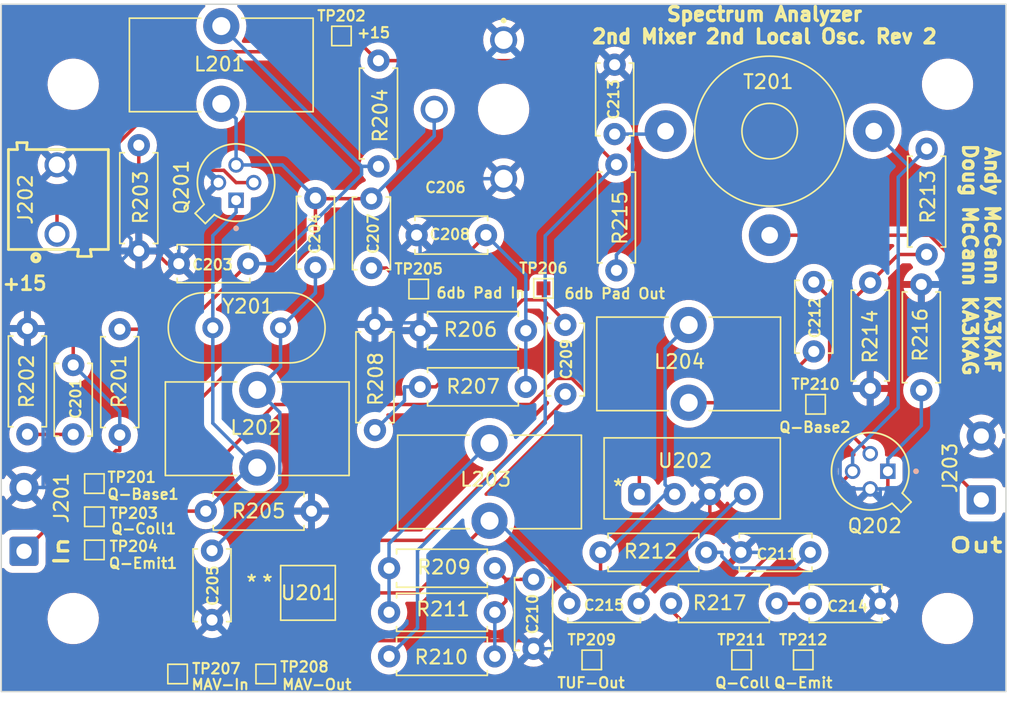
<source format=kicad_pcb>
(kicad_pcb (version 20221018) (generator pcbnew)
  (title_block (title "Spectrum Analyzer: Second Mixer - Second Local Oscillator") (date "2023-03-11") (rev "1.1") (company "Andy McCann KA3KAF Doug McCann KA3KAG") (comment 1 "Original Design By: Wes Hayward W7ZOI") (comment 2 "V0: 9/1/22") (comment 3 "V1: 3/23/23 (redesign closer to Kanga)") (comment 4 "V2: 11/19/23 (new C206, Fix silk TP203/204"))
  (layers (0 "F.Cu" signal) (31 "B.Cu" signal) (34 "B.Paste" user) (35 "F.Paste" user) (36 "B.SilkS" user "B.Silkscreen") (37 "F.SilkS" user "F.Silkscreen") (38 "B.Mask" user) (39 "F.Mask" user) (44 "Edge.Cuts" user))
  (net 0 "")
  (net 1 "Net-(C201-Pad1)")
  (net 2 "GND")
  (net 3 "Net-(C203-Pad1)")
  (net 4 "Net-(C201-Pad2)")
  (net 5 "Net-(C204-Pad2)")
  (net 6 "Net-(C207-Pad2)")
  (net 7 "Net-(C209-Pad1)")
  (net 8 "Net-(U201-RF_In)")
  (net 9 "Net-(C210-Pad1)")
  (net 10 "Net-(C211-Pad1)")
  (net 11 "Net-(C212-Pad1)")
  (net 12 "Net-(C212-Pad2)")
  (net 13 "Net-(C213-Pad2)")
  (net 14 "Net-(J201-In)")
  (net 15 "Net-(C214-Pad2)")
  (net 16 "Net-(L202-Pad2)")
  (net 17 "Net-(J203-In)")
  (net 18 "Net-(U202-IF)")
  (net 19 "Net-(L203-Pad1)")
  (net 20 "/+15")
  (net 21 "Net-(Q202-Pad1)")
  (net 22 "Net-(Q202-Pad3)")
  (net 23 "Net-(C206-S)")
  (net 24 "Net-(U201-RF_Out)")
  (net 25 "Net-(U202-LO)")
  (footprint "TestPoint:TestPoint_Pad_1.0x1.0mm" (layer "F.Cu") (at 141.1224 109.7788)
    (fp_text reference "TP201" (at 2.6924 -0.4572) (layer "F.SilkS") (effects (font (size 0.75 0.75))))
    (fp_text value "Q-Base1")
    (fp_text user "Q-Base1" (at 3.513828 0.762 unlocked) (layer "F.SilkS") (effects (font (size 0.75 0.75))))
    (pad "1" smd rect (at 0 0) (size 1 1) (layers "F.Cu" "F.Mask") (net 1 "Net-(C201-Pad1)"))
  )
  (footprint "Resistor_THT:R_Axial_DIN0207_L6.3mm_D2.5mm_P7.62mm_Horizontal" (layer "F.Cu") (at 182.6768 118.4148)
    (fp_text reference "R217" (at 3.4906 -0.0404) (layer "F.SilkS"))
    (fp_text value "5.1")
    (pad "1" thru_hole circle (at 0 0) (size 1.6 1.6) (drill 0.8) (layers "*.Cu" "*.Mask") (net 21 "Net-(Q202-Pad1)"))
    (pad "2" thru_hole oval (at 7.62 0) (size 1.6 1.6) (drill 0.8) (layers "*.Cu" "*.Mask") (net 15 "Net-(C214-Pad2)"))
  )
  (footprint "Capacitor_THT:C_Disc_D5.0mm_W2.5mm_P5.00mm" (layer "F.Cu") (at 152.2076 93.9292 180)
    (fp_text reference "C203" (at 2.5654 -0.0762) (layer "F.SilkS") (effects (font (size 0.75 0.75))))
    (fp_text value "470p")
    (pad "1" thru_hole circle (at 0 0 180) (size 1.6 1.6) (drill 0.8) (layers "*.Cu" "*.Mask") (net 3 "Net-(C203-Pad1)"))
    (pad "2" thru_hole circle (at 5 0 180) (size 1.6 1.6) (drill 0.8) (layers "*.Cu" "*.Mask") (net 2 "GND"))
  )
  (footprint "Resistor_THT:R_Axial_DIN0207_L6.3mm_D2.5mm_P7.62mm_Horizontal" (layer "F.Cu") (at 201.0918 85.6488 -90)
    (fp_text reference "R213" (at 3.4652 -0.0912 90) (layer "F.SilkS"))
    (fp_text value "2k")
    (pad "1" thru_hole circle (at 0 0 270) (size 1.6 1.6) (drill 0.8) (layers "*.Cu" "*.Mask") (net 22 "Net-(Q202-Pad3)"))
    (pad "2" thru_hole oval (at 7.62 0 270) (size 1.6 1.6) (drill 0.8) (layers "*.Cu" "*.Mask") (net 12 "Net-(C212-Pad2)"))
  )
  (footprint "Capacitor_THT:C_Disc_D5.0mm_W2.5mm_P5.00mm" (layer "F.Cu") (at 149.5988 114.6048 -90)
    (fp_text reference "C205" (at 2.5254 -0.0508 90) (layer "F.SilkS") (effects (font (size 0.75 0.75))))
    (fp_text value "33p")
    (pad "1" thru_hole circle (at 0 0 270) (size 1.6 1.6) (drill 0.8) (layers "*.Cu" "*.Mask") (net 5 "Net-(C204-Pad2)"))
    (pad "2" thru_hole circle (at 5 0 270) (size 1.6 1.6) (drill 0.8) (layers "*.Cu" "*.Mask") (net 2 "GND"))
  )
  (footprint "spectrum_analyzer:BFC280831659" (layer "F.Cu") (at 170.6118 77.8078 -90)
    (fp_text reference "C206" (at 10.635 4.191) (layer "F.SilkS") (effects (font (size 0.75 0.75) (thickness 0.15) bold)))
    (fp_text value "12p-60p" hide)
    (pad "" np_thru_hole circle (at 5 0 270) (size 3.2 3.2) (drill 3.2) (layers "*.Cu" "*.Mask"))
    (pad "1" thru_hole circle (at 0 0 270) (size 1.95 1.95) (drill 1.3) (layers "*.Cu" "*.Mask") (net 2 "GND"))
    (pad "2" thru_hole circle (at 5 5 270) (size 1.95 1.95) (drill 1.3) (layers "*.Cu" "*.Mask") (net 23 "Net-(C206-S)"))
    (pad "3" thru_hole circle (at 10 0 270) (size 1.95 1.95) (drill 1.3) (layers "*.Cu" "*.Mask") (net 2 "GND"))
  )
  (footprint "TestPoint:TestPoint_Pad_1.0x1.0mm" (layer "F.Cu") (at 187.7568 122.4788)
    (fp_text reference "TP211" (at 0 -1.448) (layer "F.SilkS") (effects (font (size 0.75 0.75))))
    (fp_text value "Q-Coll2")
    (fp_text user "Q-Coll" (at 0.0762 1.651 unlocked) (layer "F.SilkS") (effects (font (size 0.75 0.75))))
    (pad "1" smd rect (at 0 0) (size 1 1) (layers "F.Cu" "F.Mask") (net 22 "Net-(Q202-Pad3)"))
  )
  (footprint "TestPoint:TestPoint_Pad_1.0x1.0mm" (layer "F.Cu") (at 141.1224 114.554)
    (fp_text reference "TP204" (at 2.8448 -0.254) (layer "F.SilkS") (effects (font (size 0.75 0.75))))
    (fp_text value "Q-Emit1")
    (fp_text user "Q-Emit1" (at 3.5052 0.9652 unlocked) (layer "F.SilkS") (effects (font (size 0.75 0.75))))
    (pad "1" smd rect (at 0 0) (size 1 1) (layers "F.Cu" "F.Mask") (net 16 "Net-(L202-Pad2)"))
  )
  (footprint "Resistor_THT:R_Axial_DIN0207_L6.3mm_D2.5mm_P7.62mm_Horizontal" (layer "F.Cu") (at 169.9768 119.0498 180)
    (fp_text reference "R211" (at 3.7338 0.2286) (layer "F.SilkS"))
    (fp_text value "220")
    (pad "1" thru_hole circle (at 0 0 180) (size 1.6 1.6) (drill 0.8) (layers "*.Cu" "*.Mask") (net 9 "Net-(C210-Pad1)"))
    (pad "2" thru_hole oval (at 7.62 0 180) (size 1.6 1.6) (drill 0.8) (layers "*.Cu" "*.Mask") (net 19 "Net-(L203-Pad1)"))
  )
  (footprint "Resistor_THT:R_Axial_DIN0207_L6.3mm_D2.5mm_P7.62mm_Horizontal" (layer "F.Cu") (at 200.7108 103.0478 90)
    (fp_text reference "R216" (at 3.9878 -0.0762 90) (layer "F.SilkS"))
    (fp_text value "27")
    (pad "1" thru_hole circle (at 0 0 90) (size 1.6 1.6) (drill 0.8) (layers "*.Cu" "*.Mask") (net 21 "Net-(Q202-Pad1)"))
    (pad "2" thru_hole oval (at 7.62 0 90) (size 1.6 1.6) (drill 0.8) (layers "*.Cu" "*.Mask") (net 2 "GND"))
  )
  (footprint "TestPoint:TestPoint_Pad_1.0x1.0mm" (layer "F.Cu") (at 164.4904 95.758)
    (fp_text reference "TP205" (at 0 -1.448) (layer "F.SilkS") (effects (font (size 0.75 0.75))))
    (fp_text value "6db Pad In")
    (fp_text user "6db Pad In" (at 4.4704 0.2794 unlocked) (layer "F.SilkS") (effects (font (size 0.75 0.75))))
    (pad "1" smd rect (at 0 0) (size 1 1) (layers "F.Cu" "F.Mask") (net 6 "Net-(C207-Pad2)"))
  )
  (footprint "Connector_Wire:SolderWire-0.5sqmm_1x02_P4.6mm_D0.9mm_OD2.1mm" (layer "F.Cu") (at 136.0532 114.6556 90)
    (fp_text reference "J201" (at 3.8354 2.6924 90) (layer "F.SilkS"))
    (fp_text value "Coax Solder Point")
    (pad "1" thru_hole roundrect (at 0 0 90) (size 2.1 2.1) (drill 1.1) (layers "*.Cu" "*.Mask") (roundrect_rratio 0.1190480952) (net 14 "Net-(J201-In)"))
    (pad "2" thru_hole circle (at 4.6 0 90) (size 2.1 2.1) (drill 1.1) (layers "*.Cu" "*.Mask") (net 2 "GND"))
  )
  (footprint "spectrum_analyzer:691103110002" (layer "F.Cu") (at 138.43 89.3064 90)
    (fp_text reference "J202" (at 0 -2.2714 90) (layer "F.SilkS"))
    (fp_text value "Conn_01x02")
    (pad "1" thru_hole circle (at -2.5 0 90) (size 1.8 1.8) (drill 1.2) (layers "*.Cu" "*.Mask") (net 20 "/+15"))
    (pad "2" thru_hole circle (at 2.5 0 90) (size 1.8 1.8) (drill 1.2) (layers "*.Cu" "*.Mask") (net 2 "GND"))
  )
  (footprint "MountingHole:MountingHole_3.2mm_M3" (layer "F.Cu") (at 202.599 119.5)
    (fp_text reference "H204" hide)
    (fp_text value "MountingHole")
    (pad "" np_thru_hole circle (at 0 0) (size 3.2 3.2) (drill 3.2) (layers "*.Cu" "*.Mask"))
  )
  (footprint "TestPoint:TestPoint_Pad_1.0x1.0mm" (layer "F.Cu") (at 158.9278 77.5208)
    (fp_text reference "TP202" (at 0 -1.448) (layer "F.SilkS") (effects (font (size 0.75 0.75))))
    (fp_text value "+15")
    (fp_text user "+15" (at 2.3114 -0.2286 unlocked) (layer "F.SilkS") (effects (font (size 0.75 0.75))))
    (pad "1" smd rect (at 0 0) (size 1 1) (layers "F.Cu" "F.Mask") (net 20 "/+15"))
  )
  (footprint "Resistor_THT:R_Axial_DIN0207_L6.3mm_D2.5mm_P7.62mm_Horizontal" (layer "F.Cu") (at 172.212 98.7552 180)
    (fp_text reference "R206" (at 3.9878 0.0762) (layer "F.SilkS"))
    (fp_text value "150")
    (pad "1" thru_hole circle (at 0 0 180) (size 1.6 1.6) (drill 0.8) (layers "*.Cu" "*.Mask") (net 6 "Net-(C207-Pad2)"))
    (pad "2" thru_hole oval (at 7.62 0 180) (size 1.6 1.6) (drill 0.8) (layers "*.Cu" "*.Mask") (net 2 "GND"))
  )
  (footprint "TestPoint:TestPoint_Pad_1.0x1.0mm" (layer "F.Cu") (at 147.1168 123.4948)
    (fp_text reference "TP207" (at 2.794 -0.381) (layer "F.SilkS") (effects (font (size 0.75 0.75))))
    (fp_text value "MAV-In")
    (fp_text user "MAV-In" (at 3.0734 0.762 unlocked) (layer "F.SilkS") (effects (font (size 0.75 0.75))))
    (pad "1" smd rect (at 0 0) (size 1 1) (layers "F.Cu" "F.Mask") (net 8 "Net-(U201-RF_In)"))
  )
  (footprint "Capacitor_THT:C_Disc_D5.0mm_W2.5mm_P5.00mm" (layer "F.Cu") (at 192.9638 100.2538 90)
    (fp_text reference "C212" (at 2.3984 0.0762 90) (layer "F.SilkS") (effects (font (size 0.75 0.75))))
    (fp_text value ".1u")
    (pad "1" thru_hole circle (at 0 0 90) (size 1.6 1.6) (drill 0.8) (layers "*.Cu" "*.Mask") (net 11 "Net-(C212-Pad1)"))
    (pad "2" thru_hole circle (at 5 0 90) (size 1.6 1.6) (drill 0.8) (layers "*.Cu" "*.Mask") (net 12 "Net-(C212-Pad2)"))
  )
  (footprint "Capacitor_THT:C_Disc_D5.0mm_W2.5mm_P5.00mm" (layer "F.Cu") (at 175.0568 98.338 -90)
    (fp_text reference "C209" (at 2.4746 -0.0762 90) (layer "F.SilkS") (effects (font (size 0.75 0.75))))
    (fp_text value ".01u")
    (pad "1" thru_hole circle (at 0 0 270) (size 1.6 1.6) (drill 0.8) (layers "*.Cu" "*.Mask") (net 7 "Net-(C209-Pad1)"))
    (pad "2" thru_hole circle (at 5 0 270) (size 1.6 1.6) (drill 0.8) (layers "*.Cu" "*.Mask") (net 8 "Net-(U201-RF_In)"))
  )
  (footprint "Resistor_THT:R_Axial_DIN0207_L6.3mm_D2.5mm_P7.62mm_Horizontal" (layer "F.Cu") (at 149.1488 111.76)
    (fp_text reference "R205" (at 3.81 0) (layer "F.SilkS"))
    (fp_text value "510")
    (pad "1" thru_hole circle (at 0 0) (size 1.6 1.6) (drill 0.8) (layers "*.Cu" "*.Mask") (net 16 "Net-(L202-Pad2)"))
    (pad "2" thru_hole oval (at 7.62 0) (size 1.6 1.6) (drill 0.8) (layers "*.Cu" "*.Mask") (net 2 "GND"))
  )
  (footprint "Resistor_THT:R_Axial_DIN0207_L6.3mm_D2.5mm_P7.62mm_Horizontal" (layer "F.Cu") (at 144.3228 85.3948 -90)
    (fp_text reference "R203" (at 3.7592 -0.127 90) (layer "F.SilkS"))
    (fp_text value "2k")
    (pad "1" thru_hole circle (at 0 0 270) (size 1.6 1.6) (drill 0.8) (layers "*.Cu" "*.Mask") (net 1 "Net-(C201-Pad1)"))
    (pad "2" thru_hole oval (at 7.62 0 270) (size 1.6 1.6) (drill 0.8) (layers "*.Cu" "*.Mask") (net 2 "GND"))
  )
  (footprint "MountingHole:MountingHole_3.2mm_M3" (layer "F.Cu") (at 139.599 119.5)
    (fp_text reference "H201" hide)
    (fp_text value "MountingHole")
    (pad "" np_thru_hole circle (at 0 0) (size 3.2 3.2) (drill 3.2) (layers "*.Cu" "*.Mask"))
  )
  (footprint "Resistor_THT:R_Axial_DIN0207_L6.3mm_D2.5mm_P7.62mm_Horizontal" (layer "F.Cu") (at 197.0278 95.3008 -90)
    (fp_text reference "R214" (at 3.8862 0 -270) (layer "F.SilkS"))
    (fp_text value "390")
    (pad "1" thru_hole circle (at 0 0 270) (size 1.6 1.6) (drill 0.8) (layers "*.Cu" "*.Mask") (net 12 "Net-(C212-Pad2)"))
    (pad "2" thru_hole oval (at 7.62 0 270) (size 1.6 1.6) (drill 0.8) (layers "*.Cu" "*.Mask") (net 2 "GND"))
  )
  (footprint "Resistor_THT:R_Axial_DIN0207_L6.3mm_D2.5mm_P7.62mm_Horizontal" (layer "F.Cu") (at 178.7398 86.7918 -90)
    (fp_text reference "R215" (at 3.8462 -0.269 90) (layer "F.SilkS"))
    (fp_text value "27")
    (pad "1" thru_hole circle (at 0 0 270) (size 1.6 1.6) (drill 0.8) (layers "*.Cu" "*.Mask") (net 20 "/+15"))
    (pad "2" thru_hole oval (at 7.62 0 270) (size 1.6 1.6) (drill 0.8) (layers "*.Cu" "*.Mask") (net 13 "Net-(C213-Pad2)"))
  )
  (footprint "TestPoint:TestPoint_Pad_1.0x1.0mm" (layer "F.Cu") (at 173.482 95.7072)
    (fp_text reference "TP206" (at 0 -1.448) (layer "F.SilkS") (effects (font (size 0.75 0.75))))
    (fp_text value "6db Pad Out")
    (fp_text user "6db Pad Out" (at 5.1308 0.381 unlocked) (layer "F.SilkS") (effects (font (size 0.75 0.75))))
    (pad "1" smd rect (at 0 0) (size 1 1) (layers "F.Cu" "F.Mask") (net 7 "Net-(C209-Pad1)"))
  )
  (footprint "Resistor_THT:R_Axial_DIN0207_L6.3mm_D2.5mm_P7.62mm_Horizontal" (layer "F.Cu") (at 172.212 102.8052 180)
    (fp_text reference "R207" (at 3.7996 0.0254) (layer "F.SilkS"))
    (fp_text value "36")
    (pad "1" thru_hole circle (at 0 0 180) (size 1.6 1.6) (drill 0.8) (layers "*.Cu" "*.Mask") (net 6 "Net-(C207-Pad2)"))
    (pad "2" thru_hole oval (at 7.62 0 180) (size 1.6 1.6) (drill 0.8) (layers "*.Cu" "*.Mask") (net 7 "Net-(C209-Pad1)"))
  )
  (footprint "Connector_Wire:SolderWire-0.5sqmm_1x02_P4.6mm_D0.9mm_OD2.1mm" (layer "F.Cu") (at 205.0288 110.9498 90)
    (fp_text reference "J203" (at 2.3 -2.25 90) (layer "F.SilkS"))
    (fp_text value "Coax Solder Point")
    (pad "1" thru_hole roundrect (at 0 0 90) (size 2.1 2.1) (drill 1.1) (layers "*.Cu" "*.Mask") (roundrect_rratio 0.1190480952) (net 17 "Net-(J203-In)"))
    (pad "2" thru_hole circle (at 4.6 0 90) (size 2.1 2.1) (drill 1.1) (layers "*.Cu" "*.Mask") (net 2 "GND"))
  )
  (footprint "MountingHole:MountingHole_3.2mm_M3" (layer "F.Cu") (at 202.599 81)
    (fp_text reference "H203" hide)
    (fp_text value "MountingHole")
    (pad "" np_thru_hole circle (at 0 0) (size 3.2 3.2) (drill 3.2) (layers "*.Cu" "*.Mask"))
  )
  (footprint "Inductor_THT:L_Toroid_Vertical_L13.0mm_W6.5mm_P5.60mm" (layer "F.Cu") (at 152.8572 103.0224)
    (fp_text reference "L202" (at -0.1016 2.7178) (layer "F.SilkS"))
    (fp_text value "420n")
    (pad "1" thru_hole circle (at 0 0) (size 2.6 2.6) (drill 1.3) (layers "*.Cu" "*.Mask") (net 5 "Net-(C204-Pad2)"))
    (pad "2" thru_hole circle (at 0 5.6) (size 2.6 2.6) (drill 1.3) (layers "*.Cu" "*.Mask") (net 16 "Net-(L202-Pad2)"))
  )
  (footprint "TestPoint:TestPoint_Pad_1.0x1.0mm" (layer "F.Cu") (at 176.9618 122.4788)
    (fp_text reference "TP209" (at 0 -1.448) (layer "F.SilkS") (effects (font (size 0.75 0.75))))
    (fp_text value "TUF-Out")
    (fp_text user "TUF-Out" (at -0.0508 1.651 unlocked) (layer "F.SilkS") (effects (font (size 0.75 0.75))))
    (pad "1" smd rect (at 0 0) (size 1 1) (layers "F.Cu" "F.Mask") (net 18 "Net-(U202-IF)"))
  )
  (footprint "spectrum_analyzer:MAV-11BSM&plus_" (layer "F.Cu") (at 156.5148 117.6528)
    (fp_text reference "U201" (at 0 0) (layer "F.SilkS"))
    (fp_text value "MAV-11" hide)
    (fp_text user "*" (at -4.064 -0.762) (layer "F.SilkS"))
    (fp_text user "*" (at -2.921 -0.762) (layer "F.SilkS"))
    (pad "1" smd rect (at -3.175 0 90) (size 0.762 1.4732) (layers "F.Cu" "F.Paste" "F.Mask") (net 8 "Net-(U201-RF_In)"))
    (pad "2" smd rect (at 0 3.175) (size 0.762 1.4732) (layers "F.Cu" "F.Paste" "F.Mask") (net 2 "GND"))
    (pad "3" smd rect (at 3.175 0 90) (size 0.762 1.4732) (layers "F.Cu" "F.Paste" "F.Mask") (net 24 "Net-(U201-RF_Out)"))
    (pad "4" smd rect (at 0 -3.175) (size 0.762 1.4732) (layers "F.Cu" "F.Paste" "F.Mask") (net 2 "GND"))
  )
  (footprint "Resistor_THT:R_Axial_DIN0207_L6.3mm_D2.5mm_P7.62mm_Horizontal" (layer "F.Cu") (at 142.9512 98.6536 -90)
    (fp_text reference "R201" (at 3.7592 0.0508 90) (layer "F.SilkS"))
    (fp_text value "3.3k")
    (pad "1" thru_hole circle (at 0 0 270) (size 1.6 1.6) (drill 0.8) (layers "*.Cu" "*.Mask") (net 3 "Net-(C203-Pad1)"))
    (pad "2" thru_hole oval (at 7.62 0 270) (size 1.6 1.6) (drill 0.8) (layers "*.Cu" "*.Mask") (net 1 "Net-(C201-Pad1)"))
  )
  (footprint "Capacitor_THT:C_Disc_D5.0mm_W2.5mm_P5.00mm" (layer "F.Cu") (at 169.3418 91.8718 180)
    (fp_text reference "C208" (at 2.6016 0.0508) (layer "F.SilkS") (effects (font (size 0.75 0.75))))
    (fp_text value "82p")
    (pad "1" thru_hole circle (at 0 0 180) (size 1.6 1.6) (drill 0.8) (layers "*.Cu" "*.Mask") (net 6 "Net-(C207-Pad2)"))
    (pad "2" thru_hole circle (at 5 0 180) (size 1.6 1.6) (drill 0.8) (layers "*.Cu" "*.Mask") (net 2 "GND"))
  )
  (footprint "Capacitor_THT:C_Disc_D5.0mm_W2.5mm_P5.00mm" (layer "F.Cu") (at 139.5984 101.2336 -90)
    (fp_text reference "C201" (at 2.4238 -0.1778 -270) (layer "F.SilkS") (effects (font (size 0.75 0.75))))
    (fp_text value "470p")
    (pad "1" thru_hole circle (at 0 0 270) (size 1.6 1.6) (drill 0.8) (layers "*.Cu" "*.Mask") (net 1 "Net-(C201-Pad1)"))
    (pad "2" thru_hole circle (at 5 0 270) (size 1.6 1.6) (drill 0.8) (layers "*.Cu" "*.Mask") (net 4 "Net-(C201-Pad2)"))
  )
  (footprint "spectrum_analyzer:TUF-1H" (layer "F.Cu") (at 180.3908 110.5408)
    (fp_text reference "U202" (at 3.302 -2.413 unlocked) (layer "F.SilkS"))
    (fp_text value "TUF-1H+")
    (fp_text user "*" (at -1.52 -0.54 unlocked) (layer "F.SilkS"))
    (pad "1" thru_hole roundrect (at 0 0) (size 1.6 1.6) (drill 0.8) (layers "*.Cu" "*.Mask") (net 14 "Net-(J201-In)"))
    (pad "2" thru_hole circle (at 2.54 0) (size 1.6 1.6) (drill 0.8) (layers "*.Cu" "*.Mask") (net 18 "Net-(U202-IF)"))
    (pad "3" thru_hole circle (at 5.08 0) (size 1.6 1.6) (drill 0.8) (layers "*.Cu" "*.Mask") (net 2 "GND"))
    (pad "4" thru_hole circle (at 7.62 0) (size 1.6 1.6) (drill 0.8) (layers "*.Cu" "*.Mask") (net 25 "Net-(U202-LO)"))
  )
  (footprint "TestPoint:TestPoint_Pad_1.0x1.0mm" (layer "F.Cu") (at 193.0908 104.0638)
    (fp_text reference "TP210" (at 0 -1.448) (layer "F.SilkS") (effects (font (size 0.75 0.75))))
    (fp_text value "Q-Base2" (at -0.0508 1.651) (layer "F.SilkS") (effects (font (size 0.75 0.75))))
    (pad "1" smd rect (at 0 0) (size 1 1) (layers "F.Cu" "F.Mask") (net 12 "Net-(C212-Pad2)"))
  )
  (footprint "spectrum_analyzer:TO127P584H533-4N" (layer "F.Cu") (at 151.3332 88.0872 90)
    (fp_text reference "Q201" (at -0.325 -3.935 90) (layer "F.SilkS"))
    (fp_text value "2N5179")
    (pad "1" thru_hole rect (at -1.27 0 90) (size 1.11 1.11) (drill 0.71) (layers "*.Cu" "*.Mask") (net 16 "Net-(L202-Pad2)"))
    (pad "2" thru_hole circle (at 0 1.27 90) (size 1.11 1.11) (drill 0.71) (layers "*.Cu" "*.Mask") (net 1 "Net-(C201-Pad1)"))
    (pad "3" thru_hole circle (at 1.27 0 90) (size 1.11 1.11) (drill 0.71) (layers "*.Cu" "*.Mask") (net 23 "Net-(C206-S)"))
    (pad "4" thru_hole circle (at 0 -1.27 90) (size 1.11 1.11) (drill 0.71) (layers "*.Cu" "*.Mask") (net 2 "GND"))
  )
  (footprint "Resistor_THT:R_Axial_DIN0207_L6.3mm_D2.5mm_P7.62mm_Horizontal" (layer "F.Cu") (at 161.3408 105.9252 90)
    (fp_text reference "R208" (at 3.683 0.0508 90) (layer "F.SilkS"))
    (fp_text value "150")
    (pad "1" thru_hole circle (at 0 0 90) (size 1.6 1.6) (drill 0.8) (layers "*.Cu" "*.Mask") (net 7 "Net-(C209-Pad1)"))
    (pad "2" thru_hole oval (at 7.62 0 90) (size 1.6 1.6) (drill 0.8) (layers "*.Cu" "*.Mask") (net 2 "GND"))
  )
  (footprint "MountingHole:MountingHole_3.2mm_M3" (layer "F.Cu") (at 139.599 81)
    (fp_text reference "H202" hide)
    (fp_text value "MountingHole")
    (pad "" np_thru_hole circle (at 0 0) (size 3.2 3.2) (drill 3.2) (layers "*.Cu" "*.Mask"))
  )
  (footprint "TestPoint:TestPoint_Pad_1.0x1.0mm" (layer "F.Cu") (at 153.4668 123.4948)
    (fp_text reference "TP208" (at 2.794 -0.508) (layer "F.SilkS") (effects (font (size 0.75 0.75))))
    (fp_text value "MAV-Out")
    (fp_text user "MAV-Out" (at 3.683 0.762 unlocked) (layer "F.SilkS") (effects (font (size 0.75 0.75))))
    (pad "1" smd rect (at 0 0) (size 1 1) (layers "F.Cu" "F.Mask") (net 24 "Net-(U201-RF_Out)"))
  )
  (footprint "Capacitor_THT:C_Disc_D5.0mm_W2.5mm_P5.00mm" (layer "F.Cu") (at 161.0868 89.2448 -90)
    (fp_text reference "C207" (at 2.5254 -0.127 90) (layer "F.SilkS") (effects (font (size 0.75 0.75))))
    (fp_text value "15p")
    (pad "1" thru_hole circle (at 0 0 270) (size 1.6 1.6) (drill 0.8) (layers "*.Cu" "*.Mask") (net 23 "Net-(C206-S)"))
    (pad "2" thru_hole circle (at 5 0 270) (size 1.6 1.6) (drill 0.8) (layers "*.Cu" "*.Mask") (net 6 "Net-(C207-Pad2)"))
  )
  (footprint "TestPoint:TestPoint_Pad_1.0x1.0mm" (layer "F.Cu") (at 192.2018 122.4788)
    (fp_text reference "TP212" (at 0 -1.448) (layer "F.SilkS") (effects (font (size 0.75 0.75))))
    (fp_text value "Q-Emit2")
    (fp_text user "Q-Emit" (at 0 1.651 unlocked) (layer "F.SilkS") (effects (font (size 0.75 0.75))))
    (pad "1" smd rect (at 0 0) (size 1 1) (layers "F.Cu" "F.Mask") (net 21 "Net-(Q202-Pad1)"))
  )
  (footprint "Capacitor_THT:C_Disc_D5.0mm_W2.5mm_P5.00mm" (layer "F.Cu") (at 175.3508 118.4148)
    (fp_text reference "C215" (at 2.5 0.127) (layer "F.SilkS") (effects (font (size 0.75 0.75))))
    (fp_text value ".01u")
    (pad "1" thru_hole circle (at 0 0) (size 1.6 1.6) (drill 0.8) (layers "*.Cu" "*.Mask") (net 24 "Net-(U201-RF_Out)"))
    (pad "2" thru_hole circle (at 5 0) (size 1.6 1.6) (drill 0.8) (layers "*.Cu" "*.Mask") (net 25 "Net-(U202-LO)"))
  )
  (footprint "Capacitor_THT:C_Disc_D5.0mm_W2.5mm_P5.00mm" (layer "F.Cu") (at 197.7498 118.4148 180)
    (fp_text reference "C214" (at 2.3476 -0.2032) (layer "F.SilkS") (effects (font (size 0.75 0.75))))
    (fp_text value ".1u")
    (pad "1" thru_hole circle (at 0 0 180) (size 1.6 1.6) (drill 0.8) (layers "*.Cu" "*.Mask") (net 2 "GND"))
    (pad "2" thru_hole circle (at 5 0 180) (size 1.6 1.6) (drill 0.8) (layers "*.Cu" "*.Mask") (net 15 "Net-(C214-Pad2)"))
  )
  (footprint "Capacitor_THT:C_Disc_D5.0mm_W2.5mm_P5.00mm" (layer "F.Cu") (at 178.6128 79.5928 -90)
    (fp_text reference "C213" (at 2.5 0.0762 -270) (layer "F.SilkS") (effects (font (size 0.75 0.75))))
    (fp_text value ".1u")
    (pad "1" thru_hole circle (at 0 0 270) (size 1.6 1.6) (drill 0.8) (layers "*.Cu" "*.Mask") (net 2 "GND"))
    (pad "2" thru_hole circle (at 5 0 270) (size 1.6 1.6) (drill 0.8) (layers "*.Cu" "*.Mask") (net 13 "Net-(C213-Pad2)"))
  )
  (footprint "Resistor_THT:R_Axial_DIN0207_L6.3mm_D2.5mm_P7.62mm_Horizontal" (layer "F.Cu") (at 136.2964 106.2228 90)
    (fp_text reference "R202" (at 3.81 -0.0508 90) (layer "F.SilkS"))
    (fp_text value "39")
    (pad "1" thru_hole circle (at 0 0 90) (size 1.6 1.6) (drill 0.8) (layers "*.Cu" "*.Mask") (net 4 "Net-(C201-Pad2)"))
    (pad "2" thru_hole oval (at 7.62 0 90) (size 1.6 1.6) (drill 0.8) (layers "*.Cu" "*.Mask") (net 2 "GND"))
  )
  (footprint "Resistor_THT:R_Axial_DIN0207_L6.3mm_D2.5mm_P7.62mm_Horizontal" (layer "F.Cu") (at 162.3568 122.2248)
    (fp_text reference "R210" (at 3.7674 0.0566) (layer "F.SilkS"))
    (fp_text value "47")
    (pad "1" thru_hole circle (at 0 0) (size 1.6 1.6) (drill 0.8) (layers "*.Cu" "*.Mask") (net 20 "/+15"))
    (pad "2" thru_hole oval (at 7.62 0) (size 1.6 1.6) (drill 0.8) (layers "*.Cu" "*.Mask") (net 9 "Net-(C210-Pad1)"))
  )
  (footprint "Capacitor_THT:C_Disc_D5.0mm_W2.5mm_P5.00mm" (layer "F.Cu") (at 192.7098 114.7318 180)
    (fp_text reference "C211" (at 2.413 -0.127) (layer "F.SilkS") (effects (font (size 0.75 0.75))))
    (fp_text value "120p")
    (pad "1" thru_hole circle (at 0 0 180) (size 1.6 1.6) (drill 0.8) (layers "*.Cu" "*.Mask") (net 10 "Net-(C211-Pad1)"))
    (pad "2" thru_hole circle (at 5 0 180) (size 1.6 1.6) (drill 0.8) (layers "*.Cu" "*.Mask") (net 2 "GND"))
  )
  (footprint "Resistor_THT:R_Axial_DIN0207_L6.3mm_D2.5mm_P7.62mm_Horizontal" (layer "F.Cu") (at 177.5968 114.7318)
    (fp_text reference "R212" (at 3.6068 -0.071) (layer "F.SilkS"))
    (fp_text value "51")
    (pad "1" thru_hole circle (at 0 0) (size 1.6 1.6) (drill 0.8) (layers "*.Cu" "*.Mask") (net 18 "Net-(U202-IF)"))
    (pad "2" thru_hole oval (at 7.62 0) (size 1.6 1.6) (drill 0.8) (layers "*.Cu" "*.Mask") (net 10 "Net-(C211-Pad1)"))
  )
  (footprint "Crystal:Crystal_HC49-U_Vertical" (layer "F.Cu") (at 149.6568 98.552)
    (fp_text reference "Y201" (at 2.54 -1.5494) (layer "F.SilkS"))
    (fp_text value "100MHz")
    (pad "1" thru_hole circle (at 0 0) (size 1.5 1.5) (drill 0.8) (layers "*.Cu" "*.Mask") (net 16 "Net-(L202-Pad2)"))
    (pad "2" thru_hole circle (at 4.88 0) (size 1.5 1.5) (drill 0.8) (layers "*.Cu" "*.Mask") (net 5 "Net-(C204-Pad2)"))
  )
  (footprint "Capacitor_THT:C_Disc_D5.0mm_W2.5mm_P5.00mm" (layer "F.Cu") (at 172.7708 116.6768 -90)
    (fp_text reference "C210" (at 2.5 0.0762 90) (layer "F.SilkS") (effects (font (size 0.75 0.75))))
    (fp_text value ".01u")
    (pad "1" thru_hole circle (at 0 0 270) (size 1.6 1.6) (drill 0.8) (layers "*.Cu" "*.Mask") (net 9 "Net-(C210-Pad1)"))
    (pad "2" thru_hole circle (at 5 0 270) (size 1.6 1.6) (drill 0.8) (layers "*.Cu" "*.Mask") (net 2 "GND"))
  )
  (footprint "Resistor_THT:R_Axial_DIN0207_L6.3mm_D2.5mm_P7.62mm_Horizontal" (layer "F.Cu") (at 169.9768 115.8748 180)
    (fp_text reference "R209" (at 3.6576 0.0762) (layer "F.SilkS"))
    (fp_text value "220")
    (pad "1" thru_hole circle (at 0 0 180) (size 1.6 1.6) (drill 0.8) (layers "*.Cu" "*.Mask") (net 9 "Net-(C210-Pad1)"))
    (pad "2" thru_hole oval (at 7.62 0 180) (size 1.6 1.6) (drill 0.8) (layers "*.Cu" "*.Mask") (net 19 "Net-(L203-Pad1)"))
  )
  (footprint "TestPoint:TestPoint_Pad_1.0x1.0mm" (layer "F.Cu") (at 141.1224 112.1664)
    (fp_text reference "TP203" (at 2.8448 -0.254) (layer "F.SilkS") (effects (font (size 0.75 0.75))))
    (fp_text value "Q-Coll1")
    (fp_text user "Q-Coll1" (at 3.556 0.8636 unlocked) (layer "F.SilkS") (effects (font (size 0.75 0.75))))
    (pad "1" smd rect (at 0 0) (size 1 1) (layers "F.Cu" "F.Mask") (net 23 "Net-(C206-S)"))
  )
  (footprint "spectrum_analyzer:TO127P584H533-4N" (layer "F.Cu") (at 197.0278 108.8898 180)
    (fp_text reference "Q202" (at -0.325 -3.935 180) (layer "F.SilkS"))
    (fp_text value "2N5179")
    (pad "1" thru_hole rect (at -1.27 0 180) (size 1.11 1.11) (drill 0.71) (layers "*.Cu" "*.Mask") (net 21 "Net-(Q202-Pad1)"))
    (pad "2" thru_hole circle (at 0 1.27 180) (size 1.11 1.11) (drill 0.71) (layers "*.Cu" "*.Mask") (net 12 "Net-(C212-Pad2)"))
    (pad "3" thru_hole circle (at 1.27 0 180) (size 1.11 1.11) (drill 0.71) (layers "*.Cu" "*.Mask") (net 22 "Net-(Q202-Pad3)"))
    (pad "4" thru_hole circle (at 0 -1.27 180) (size 1.11 1.11) (drill 0.71) (layers "*.Cu" "*.Mask") (net 2 "GND"))
  )
  (footprint "Inductor_THT:L_Toroid_Vertical_L13.0mm_W6.5mm_P5.60mm" (layer "F.Cu") (at 183.9468 98.3488)
    (fp_text reference "L204" (at -0.6604 2.6416) (layer "F.SilkS"))
    (fp_text value "1u")
    (pad "1" thru_hole circle (at 0 0) (size 2.6 2.6) (drill 1.3) (layers "*.Cu" "*.Mask") (net 18 "Net-(U202-IF)"))
    (pad "2" thru_hole circle (at 0 5.6) (size 2.6 2.6) (drill 1.3) (layers "*.Cu" "*.Mask") (net 11 "Net-(C212-Pad1)"))
  )
  (footprint "Inductor_THT:L_Toroid_Vertical_L13.0mm_W6.5mm_P5.60mm" (layer "F.Cu") (at 169.5958 106.8578)
    (fp_text reference "L203" (at -0.2794 2.6162) (layer "F.SilkS"))
    (fp_text value "1u")
    (pad "1" thru_hole circle (at 0 0) (size 2.6 2.6) (drill 1.3) (layers "*.Cu" "*.Mask") (net 19 "Net-(L203-Pad1)"))
    (pad "2" thru_hole circle (at 0 5.6) (size 2.6 2.6) (drill 1.3) (layers "*.Cu" "*.Mask") (net 24 "Net-(U201-RF_Out)"))
  )
  (footprint "Transformer_THT:Autotransformer_Toroid_1Tap_Horizontal_D10.5mm_Amidon-T37" (layer "F.Cu") (at 182.2818 84.3788)
    (fp_text reference "T201" (at 7.4 -3.556) (layer "F.SilkS"))
    (fp_text value "Bifilar_Transformer")
    (pad "1" thru_hole circle (at 0 0) (size 3 3) (drill 1.2) (layers "*.Cu" "*.Mask") (net 13 "Net-(C213-Pad2)"))
    (pad "2" thru_hole circle (at 7.5 7.5) (size 3 3) (drill 1.2) (layers "*.Cu" "*.Mask") (net 17 "Net-(J203-In)"))
    (pad "3" thru_hole circle (at 15 0) (size 3 3) (drill 1.2) (layers "*.Cu" "*.Mask") (net 22 "Net-(Q202-Pad3)"))
  )
  (footprint "Resistor_THT:R_Axial_DIN0207_L6.3mm_D2.5mm_P7.62mm_Horizontal" (layer "F.Cu") (at 161.5948 79.2988 -90)
    (fp_text reference "R204" (at 3.9624 -0.127 90) (layer "F.SilkS"))
    (fp_text value "100")
    (pad "1" thru_hole circle (at 0 0 270) (size 1.6 1.6) (drill 0.8) (layers "*.Cu" "*.Mask") (net 20 "/+15"))
    (pad "2" thru_hole oval (at 7.62 0 270) (size 1.6 1.6) (drill 0.8) (layers "*.Cu" "*.Mask") (net 3 "Net-(C203-Pad1)"))
  )
  (footprint "Capacitor_THT:C_Disc_D5.0mm_W2.5mm_P5.00mm" (layer "F.Cu") (at 157.05 89.2048 -90)
    (fp_text reference "C204" (at 2.5762 0.0508 90) (layer "F.SilkS") (effects (font (size 0.75 0.75))))
    (fp_text value "33p")
    (pad "1" thru_hole circle (at 0 0 270) (size 1.6 1.6) (drill 0.8) (layers "*.Cu" "*.Mask") (net 23 "Net-(C206-S)"))
    (pad "2" thru_hole circle (at 5 0 270) (size 1.6 1.6) (drill 0.8) (layers "*.Cu" "*.Mask") (net 5 "Net-(C204-Pad2)"))
  )
  (footprint "Inductor_THT:L_Toroid_Vertical_L13.0mm_W6.5mm_P5.60mm" (layer "F.Cu") (at 150.2664 76.8096)
    (fp_text reference "L201" (at -0.127 2.7432) (layer "F.SilkS"))
    (fp_text value "40n")
    (pad "1" thru_hole circle (at 0 0) (size 2.6 2.6) (drill 1.3) (layers "*.Cu" "*.Mask") (net 3 "Net-(C203-Pad1)"))
    (pad "2" thru_hole circle (at 0 5.6) (size 2.6 2.6) (drill 1.3) (layers "*.Cu" "*.Mask") (net 23 "Net-(C206-S)"))
  )
  (gr_rect (start 134.4168 75.2348) (end 206.8068 124.7648) (stroke (width 0.1)) (fill none) (layer "Edge.Cuts"))
  (gr_text "+15" (at 136.0932 95.3516) (layer "F.SilkS") (effects (font (size 1 1) (thickness 0.2))))
  (gr_text "In" (at 138.7456 114.6556 90) (layer "F.SilkS") (effects (font (size 1 1.5) (thickness 0.3))))
  (gr_text "Out" (at 204.6478 114.2238) (layer "F.SilkS") (effects (font (size 1 1.5) (thickness 0.3))))
  (gr_text "Andy McCann KA3KAF\nDoug McCann KA3KAG" (at 205.0142 93.6498 270) (layer "F.SilkS") (effects (font (size 1 1) (thickness 0.25))))
  (gr_text "Spectrum Analyzer\n2nd Mixer 2nd Local Osc. Rev 2" (at 189.4078 76.7588) (layer "F.SilkS") (effects (font (size 1 1) (thickness 0.25))))
  (segment (start 152.6032 88.0872) (end 151.3332 88.0872) (width 0.25) (layer "F.Cu") (net 1))
  (segment (start 144.3228 85.3948) (end 144.3228 87.203) (width 0.25) (layer "F.Cu") (net 1))
  (segment (start 141.1224 109.7788) (end 141.1224 108.9535) (width 0.25) (layer "F.Cu") (net 1))
  (segment (start 142.677 107.3989) (end 141.1224 108.9535) (width 0.25) (layer "F.Cu") (net 1))
  (segment (start 144.3228 87.203) (end 144.3228 88.9822) (width 0.25) (layer "F.Cu") (net 1))
  (segment (start 142.9512 107.3989) (end 142.677 107.3989) (width 0.25) (layer "F.Cu") (net 1))
  (segment (start 142.9512 106.2736) (end 142.9512 107.3989) (width 0.25) (layer "F.Cu") (net 1))
  (segment (start 151.3332 88.0872) (end 150.449 87.203) (width 0.25) (layer "F.Cu") (net 1))
  (segment (start 150.449 87.203) (end 144.3228 87.203) (width 0.25) (layer "F.Cu") (net 1))
  (segment (start 139.5984 93.7066) (end 139.5984 101.2336) (width 0.25) (layer "F.Cu") (net 1))
  (segment (start 144.3228 88.9822) (end 139.5984 93.7066) (width 0.25) (layer "F.Cu") (net 1))
  (segment (start 139.5984 101.2336) (end 142.9512 104.5864) (width 0.25) (layer "B.Cu") (net 1))
  (segment (start 142.9512 104.5864) (end 142.9512 106.2736) (width 0.25) (layer "B.Cu") (net 1))
  (segment (start 200.7108 95.4278) (end 200.7108 98.1125) (width 0.25) (layer "F.Cu") (net 2))
  (segment (start 157.2211 121.8897) (end 156.5148 121.8897) (width 0.25) (layer "F.Cu") (net 2))
  (segment (start 172.7708 121.6768) (end 172.1871 121.0931) (width 0.25) (layer "F.Cu") (net 2))
  (segment (start 144.3228 93.0148) (end 145.4481 93.0148) (width 0.25) (layer "F.Cu") (net 2))
  (segment (start 149.5988 119.6048) (end 153.6639 115.5397) (width 0.25) (layer "F.Cu") (net 2))
  (segment (start 156.5148 113.1393) (end 156.5148 114.4778) (width 0.25) (layer "F.Cu") (net 2))
  (segment (start 156.5148 121.9936) (end 156.5148 121.8897) (width 0.25) (layer "F.Cu") (net 2))
  (segment (start 147.2076 93.9292) (end 146.3625 93.9292) (width 0.25) (layer "F.Cu") (net 2))
  (segment (start 197.0278 102.9208) (end 197.0278 101.7955) (width 0.25) (layer "F.Cu") (net 2))
  (segment (start 185.4708 112.4928) (end 187.7098 114.7318) (width 0.25) (layer "F.Cu") (net 2))
  (segment (start 185.4708 110.5408) (end 185.4708 112.4928) (width 0.25) (layer "F.Cu") (net 2))
  (segment (start 146.2914 124.1345) (end 146.4771 124.3202) (width 0.25) (layer "F.Cu") (net 2))
  (segment (start 146.4771 124.3202) (end 154.1882 124.3202) (width 0.25) (layer "F.Cu") (net 2))
  (segment (start 156.5148 120.8278) (end 156.5148 121.8897) (width 0.25) (layer "F.Cu") (net 2))
  (segment (start 149.5988 119.6048) (end 149.5214 119.6048) (width 0.25) (layer "F.Cu") (net 2))
  (segment (start 154.1882 124.3202) (end 156.5148 121.9936) (width 0.25) (layer "F.Cu") (net 2))
  (segment (start 156.5148 114.4778) (end 156.5148 115.5397) (width 0.25) (layer "F.Cu") (net 2))
  (segment (start 149.5214 119.6048) (end 146.2914 122.8348) (width 0.25) (layer "F.Cu") (net 2))
  (segment (start 200.7108 98.1125) (end 197.0278 101.7955) (width 0.25) (layer "F.Cu") (net 2))
  (segment (start 156.7688 111.76) (end 156.7688 112.8853) (width 0.25) (layer "F.Cu") (net 2))
  (segment (start 153.6639 115.5397) (end 156.5148 115.5397) (width 0.25) (layer "F.Cu") (net 2))
  (segment (start 158.0177 121.0931) (end 157.2211 121.8897) (width 0.25) (layer "F.Cu") (net 2))
  (segment (start 146.3625 93.9292) (end 145.4481 93.0148) (width 0.25) (layer "F.Cu") (net 2))
  (segment (start 146.2914 122.8348) (end 146.2914 124.1345) (width 0.25) (layer "F.Cu") (net 2))
  (segment (start 172.1871 121.0931) (end 158.0177 121.0931) (width 0.25) (layer "F.Cu") (net 2))
  (segment (start 156.7688 112.8853) (end 156.5148 113.1393) (width 0.25) (layer "F.Cu") (net 2))
  (segment (start 187.7098 114.7318) (end 189.4351 114.7318) (width 0.25) (layer "B.Cu") (net 2))
  (segment (start 178.6128 79.5928) (end 177.8734 80.3322) (width 0.25) (layer "B.Cu") (net 2))
  (segment (start 161.3408 98.3052) (end 161.3408 99.4305) (width 0.25) (layer "B.Cu") (net 2))
  (segment (start 143.7602 92.1366) (end 143.7602 93.0148) (width 0.25) (layer "B.Cu") (net 2))
  (segment (start 164.592 98.1925) (end 164.592 97.6299) (width 0.25) (layer "B.Cu") (net 2))
  (segment (start 170.6118 87.8078) (end 173.1362 85.2834) (width 0.25) (layer "B.Cu") (net 2))
  (segment (start 194.8587 106.2152) (end 197.0278 104.0461) (width 0.25) (layer "B.Cu") (net 2))
  (segment (start 138.1722 98.6028) (end 136.2964 98.6028) (width 0.25) (layer "B.Cu") (net 2))
  (segment (start 197.7498 110.1598) (end 197.7498 118.4148) (width 0.25) (layer "B.Cu") (net 2))
  (segment (start 164.592 98.1925) (end 162.5788 98.1925) (width 0.25) (layer "B.Cu") (net 2))
  (segment (start 137.4315 110.0556) (end 137.4315 100.8632) (width 0.25) (layer "B.Cu") (net 2))
  (segment (start 173.1362 85.2834) (end 173.1362 80.3322) (width 0.25) (layer "B.Cu") (net 2))
  (segment (start 136.2964 98.6028) (end 136.2964 99.7281) (width 0.25) (layer "B.Cu") (net 2))
  (segment (start 194.8587 109.3082) (end 195.7103 110.1598) (width 0.25) (layer "B.Cu") (net 2))
  (segment (start 156.7688 111.76) (end 156.7688 104.0025) (width 0.25) (layer "B.Cu") (net 2))
  (segment (start 189.4351 114.7318) (end 194.8587 109.3082) (width 0.25) (layer "B.Cu") (net 2))
  (segment (start 149.5988 119.6048) (end 140.0496 110.0556) (width 0.25) (layer "B.Cu") (net 2))
  (segment (start 137.4315 100.8632) (end 136.2964 99.7281) (width 0.25) (layer "B.Cu") (net 2))
  (segment (start 194.8587 109.3082) (end 194.8587 106.2152) (width 0.25) (layer "B.Cu") (net 2))
  (segment (start 164.592 91.8718) (end 164.3418 91.8718) (width 0.25) (layer "B.Cu") (net 2))
  (segment (start 138.43 86.8064) (end 143.7602 92.1366) (width 0.25) (layer "B.Cu") (net 2))
  (segment (start 140.0496 110.0556) (end 137.4315 110.0556) (width 0.25) (layer "B.Cu") (net 2))
  (segment (start 201.2188 110.1598) (end 205.0288 106.3498) (width 0.25) (layer "B.Cu") (net 2))
  (segment (start 197.0278 110.1598) (end 197.7498 110.1598) (width 0.25) (layer "B.Cu") (net 2))
  (segment (start 144.3228 93.0148) (end 143.7602 93.0148) (width 0.25) (layer "B.Cu") (net 2))
  (segment (start 173.1362 80.3322) (end 170.6118 77.8078) (width 0.25) (layer "B.Cu") (net 2))
  (segment (start 147.2076 90.9428) (end 147.2076 93.9292) (width 0.25) (layer "B.Cu") (net 2))
  (segment (start 177.8734 80.3322) (end 173.1362 80.3322) (width 0.25) (layer "B.Cu") (net 2))
  (segment (start 137.4315 110.0556) (end 136.0532 110.0556) (width 0.25) (layer "B.Cu") (net 2))
  (segment (start 150.0632 88.0872) (end 147.2076 90.9428) (width 0.25) (layer "B.Cu") (net 2))
  (segment (start 197.0278 102.9208) (end 197.0278 104.0461) (width 0.25) (layer "B.Cu") (net 2))
  (segment (start 185.4708 110.5408) (end 174.3348 121.6768) (width 0.25) (layer "B.Cu") (net 2))
  (segment (start 164.592 91.8718) (end 168.656 87.8078) (width 0.25) (layer "B.Cu") (net 2))
  (segment (start 164.592 98.7552) (end 164.592 98.1925) (width 0.25) (layer "B.Cu") (net 2))
  (segment (start 168.656 87.8078) (end 170.6118 87.8078) (width 0.25) (layer "B.Cu") (net 2))
  (segment (start 143.7602 93.0148) (end 138.1722 98.6028) (width 0.25) (layer "B.Cu") (net 2))
  (segment (start 174.3348 121.6768) (end 172.7708 121.6768) (width 0.25) (layer "B.Cu") (net 2))
  (segment (start 197.7498 110.1598) (end 201.2188 110.1598) (width 0.25) (layer "B.Cu") (net 2))
  (segment (start 195.7103 110.1598) (end 197.0278 110.1598) (width 0.25) (layer "B.Cu") (net 2))
  (segment (start 156.7688 104.0025) (end 161.3408 99.4305) (width 0.25) (layer "B.Cu") (net 2))
  (segment (start 164.592 91.8718) (end 164.592 97.6299) (width 0.25) (layer "B.Cu") (net 2))
  (segment (start 162.5788 98.1925) (end 162.4661 98.3052) (width 0.25) (layer "B.Cu") (net 2))
  (segment (start 161.3408 98.3052) (end 162.4661 98.3052) (width 0.25) (layer "B.Cu") (net 2))
  (segment (start 152.2076 93.9292) (end 147.4832 98.6536) (width 0.25) (layer "F.Cu") (net 3))
  (segment (start 147.4832 98.6536) (end 142.9512 98.6536) (width 0.25) (layer "F.Cu") (net 3))
  (segment (start 160.3756 86.9188) (end 161.5948 86.9188) (width 0.25) (layer "B.Cu") (net 3))
  (segment (start 152.2076 93.9292) (end 153.949 93.9292) (width 0.25) (layer "B.Cu") (net 3))
  (segment (start 153.949 93.9292) (end 160.3756 87.5026) (width 0.25) (layer "B.Cu") (net 3))
  (segment (start 160.3756 87.5026) (end 160.3756 86.9188) (width 0.25) (layer "B.Cu") (net 3))
  (segment (start 150.2664 76.8096) (end 160.3756 86.9188) (width 0.25) (layer "B.Cu") (net 3))
  (segment (start 139.5984 106.2336) (end 136.3072 106.2336) (width 0.25) (layer "F.Cu") (net 4))
  (segment (start 136.3072 106.2336) (end 136.2964 106.2228) (width 0.25) (layer "F.Cu") (net 4))
  (segment (start 152.8572 103.0224) (end 154.4855 104.6507) (width 0.25) (layer "B.Cu") (net 5))
  (segment (start 157.05 96.0388) (end 157.05 94.2048) (width 0.25) (layer "B.Cu") (net 5))
  (segment (start 154.5368 101.3428) (end 152.8572 103.0224) (width 0.25) (layer "B.Cu") (net 5))
  (segment (start 154.4855 109.7181) (end 149.5988 114.6048) (width 0.25) (layer "B.Cu") (net 5))
  (segment (start 154.4855 104.6507) (end 154.4855 109.7181) (width 0.25) (layer "B.Cu") (net 5))
  (segment (start 154.5368 98.552) (end 157.05 96.0388) (width 0.25) (layer "B.Cu") (net 5))
  (segment (start 154.5368 98.552) (end 154.5368 101.3428) (width 0.25) (layer "B.Cu") (net 5))
  (segment (start 162.1519 94.2448) (end 163.6651 95.758) (width 0.25) (layer "F.Cu") (net 6))
  (segment (start 165.4556 95.758) (end 164.4904 95.758) (width 0.25) (layer "F.Cu") (net 6))
  (segment (start 169.3418 91.8718) (end 165.4556 95.758) (width 0.25) (layer "F.Cu") (net 6))
  (segment (start 164.4904 95.758) (end 163.6651 95.758) (width 0.25) (layer "F.Cu") (net 6))
  (segment (start 161.0868 94.2448) (end 162.1519 94.2448) (width 0.25) (layer "F.Cu") (net 6))
  (segment (start 169.3418 91.8718) (end 172.212 94.742) (width 0.25) (layer "B.Cu") (net 6))
  (segment (start 172.212 94.742) (end 172.212 98.7552) (width 0.25) (layer "B.Cu") (net 6))
  (segment (start 172.212 98.7552) (end 172.212 102.8052) (width 0.25) (layer "B.Cu") (net 6))
  (segment (start 175.0568 98.1073) (end 173.482 96.5325) (width 0.25) (layer "F.Cu") (net 7))
  (segment (start 165.7173 102.8052) (end 171.99 96.5325) (width 0.25) (layer "F.Cu") (net 7))
  (segment (start 173.482 95.7072) (end 173.482 96.5325) (width 0.25) (layer "F.Cu") (net 7))
  (segment (start 175.0568 98.338) (end 175.0568 98.1073) (width 0.25) (layer "F.Cu") (net 7))
  (segment (start 171.99 96.5325) (end 173.482 96.5325) (width 0.25) (layer "F.Cu") (net 7))
  (segment (start 164.592 102.8052) (end 165.7173 102.8052) (width 0.25) (layer "F.Cu") (net 7))
  (segment (start 164.592 102.8052) (end 163.4667 102.8052) (width 0.25) (layer "B.Cu") (net 7))
  (segment (start 161.3408 105.9252) (end 163.4667 103.7993) (width 0.25) (layer "B.Cu") (net 7))
  (segment (start 163.4667 103.7993) (end 163.4667 102.8052) (width 0.25) (layer "B.Cu") (net 7))
  (segment (start 160.3012 113.8664) (end 156.5148 117.6528) (width 0.25) (layer "F.Cu") (net 8))
  (segment (start 175.0568 103.7631) (end 164.9535 113.8664) (width 0.25) (layer "F.Cu") (net 8))
  (segment (start 147.1168 123.4948) (end 147.9421 123.4948) (width 0.25) (layer "F.Cu") (net 8))
  (segment (start 175.0568 103.338) (end 175.0568 103.7631) (width 0.25) (layer "F.Cu") (net 8))
  (segment (start 153.3398 117.6528) (end 152.2779 117.6528) (width 0.25) (layer "F.Cu") (net 8))
  (segment (start 152.2779 119.159) (end 147.9421 123.4948) (width 0.25) (layer "F.Cu") (net 8))
  (segment (start 156.5148 117.6528) (end 153.3398 117.6528) (width 0.25) (layer "F.Cu") (net 8))
  (segment (start 152.2779 117.6528) (end 152.2779 119.159) (width 0.25) (layer "F.Cu") (net 8))
  (segment (start 164.9535 113.8664) (end 160.3012 113.8664) (width 0.25) (layer "F.Cu") (net 8))
  (segment (start 172.7708 116.6768) (end 170.7788 116.6768) (width 0.25) (layer "F.Cu") (net 9))
  (segment (start 170.7788 116.6768) (end 169.9768 115.8748) (width 0.25) (layer "F.Cu") (net 9))
  (segment (start 170.7788 116.6768) (end 170.7788 118.2478) (width 0.25) (layer "F.Cu") (net 9))
  (segment (start 170.7788 118.2478) (end 169.9768 119.0498) (width 0.25) (layer "F.Cu") (net 9))
  (segment (start 169.9768 122.2248) (end 169.9768 119.0498) (width 0.25) (layer "B.Cu") (net 9))
  (segment (start 186.3421 115.0132) (end 186.3421 114.7318) (width 0.25) (layer "B.Cu") (net 10))
  (segment (start 185.2168 114.7318) (end 186.3421 114.7318) (width 0.25) (layer "B.Cu") (net 10))
  (segment (start 191.5845 115.8571) (end 187.186 115.8571) (width 0.25) (layer "B.Cu") (net 10))
  (segment (start 187.186 115.8571) (end 186.3421 115.0132) (width 0.25) (layer "B.Cu") (net 10))
  (segment (start 192.7098 114.7318) (end 191.5845 115.8571) (width 0.25) (layer "B.Cu") (net 10))
  (segment (start 183.9468 103.9488) (end 189.2688 103.9488) (width 0.25) (layer "F.Cu") (net 11))
  (segment (start 189.2688 103.9488) (end 192.9638 100.2538) (width 0.25) (layer "F.Cu") (net 11))
  (segment (start 194.1039 103.876) (end 193.9161 104.0638) (width 0.25) (layer "F.Cu") (net 12))
  (segment (start 197.0278 95.3008) (end 199.0598 93.2688) (width 0.25) (layer "F.Cu") (net 12))
  (segment (start 194.1039 96.3939) (end 192.9638 95.2538) (width 0.25) (layer "F.Cu") (net 12))
  (segment (start 193.0908 104.0638) (end 193.9161 104.0638) (width 0.25) (layer "F.Cu") (net 12))
  (segment (start 194.1039 96.3939) (end 194.1039 103.876) (width 0.25) (layer "F.Cu") (net 12))
  (segment (start 197.0278 107.6198) (end 193.9161 104.5081) (width 0.25) (layer "F.Cu") (net 12))
  (segment (start 199.0598 93.2688) (end 201.0918 93.2688) (width 0.25) (layer "F.Cu") (net 12))
  (segment (start 197.0278 95.3008) (end 195.9347 96.3939) (width 0.25) (layer "F.Cu") (net 12))
  (segment (start 195.9347 96.3939) (end 194.1039 96.3939) (width 0.25) (layer "F.Cu") (net 12))
  (segment (start 193.9161 104.5081) (end 193.9161 104.0638) (width 0.25) (layer "F.Cu") (net 12))
  (segment (start 178.7398 94.4118) (end 178.7398 93.2865) (width 0.25) (layer "B.Cu") (net 13))
  (segment (start 179.902 84.5928) (end 179.902 92.1243) (width 0.25) (layer "B.Cu") (net 13))
  (segment (start 182.0678 84.5928) (end 179.902 84.5928) (width 0.25) (layer "B.Cu") (net 13))
  (segment (start 179.902 92.1243) (end 178.7398 93.2865) (width 0.25) (layer "B.Cu") (net 13))
  (segment (start 182.2818 84.3788) (end 182.0678 84.5928) (width 0.25) (layer "B.Cu") (net 13))
  (segment (start 179.902 84.5928) (end 178.6128 84.5928) (width 0.25) (layer "B.Cu") (net 13))
  (segment (start 142.5697 112.9918) (end 137.717 112.9918) (width 0.25) (layer "F.Cu") (net 14))
  (segment (start 145.5925 109.969) (end 142.5697 112.9918) (width 0.25) (layer "F.Cu") (net 14))
  (segment (start 174.41 102.1988) (end 172.5306 104.0782) (width 0.25) (layer "F.Cu") (net 14))
  (segment (start 172.5306 104.0782) (end 154.1395 104.0782) (width 0.25) (layer "F.Cu") (net 14))
  (segment (start 180.3908 110.5408) (end 180.3908 107.0552) (width 0.25) (layer "F.Cu") (net 14))
  (segment (start 175.5344 102.1988) (end 174.41 102.1988) (width 0.25) (layer "F.Cu") (net 14))
  (segment (start 148.2487 109.969) (end 145.5925 109.969) (width 0.25) (layer "F.Cu") (net 14))
  (segment (start 180.3908 107.0552) (end 175.5344 102.1988) (width 0.25) (layer "F.Cu") (net 14))
  (segment (start 137.717 112.9918) (end 136.0532 114.6556) (width 0.25) (layer "F.Cu") (net 14))
  (segment (start 154.1395 104.0782) (end 148.2487 109.969) (width 0.25) (layer "F.Cu") (net 14))
  (segment (start 192.7498 118.4148) (end 190.2968 118.4148) (width 0.25) (layer "F.Cu") (net 15))
  (segment (start 144.7417 111.76) (end 149.1488 111.76) (width 0.25) (layer "F.Cu") (net 16))
  (segment (start 141.9477 114.554) (end 144.7417 111.76) (width 0.25) (layer "F.Cu") (net 16))
  (segment (start 141.1224 114.554) (end 141.9477 114.554) (width 0.25) (layer "F.Cu") (net 16))
  (segment (start 149.6568 98.552) (end 149.6568 105.422) (width 0.25) (layer "B.Cu") (net 16))
  (segment (start 151.3332 90.2375) (end 149.6568 91.9139) (width 0.25) (layer "B.Cu") (net 16))
  (segment (start 149.6568 91.9139) (end 149.6568 98.552) (width 0.25) (layer "B.Cu") (net 16))
  (segment (start 151.3332 89.3572) (end 151.3332 90.2375) (width 0.25) (layer "B.Cu") (net 16))
  (segment (start 152.5718 108.337) (end 149.1488 111.76) (width 0.25) (layer "B.Cu") (net 16))
  (segment (start 149.6568 105.422) (end 152.5718 108.337) (width 0.25) (layer "B.Cu") (net 16))
  (segment (start 152.5718 108.337) (end 152.8572 108.6224) (width 0.25) (layer "B.Cu") (net 16))
  (segment (start 201.3084 91.8788) (end 202.6684 93.2388) (width 0.25) (layer "F.Cu") (net 17))
  (segment (start 202.6684 93.2388) (end 202.6684 108.5894) (width 0.25) (layer "F.Cu") (net 17))
  (segment (start 202.6684 108.5894) (end 205.0288 110.9498) (width 0.25) (layer "F.Cu") (net 17))
  (segment (start 189.7818 91.8788) (end 201.3084 91.8788) (width 0.25) (layer "F.Cu") (net 17))
  (segment (start 177.5968 114.7318) (end 177.5968 121.0185) (width 0.25) (layer "F.Cu") (net 18))
  (segment (start 176.9618 122.4788) (end 176.9618 121.6535) (width 0.25) (layer "F.Cu") (net 18))
  (segment (start 177.5968 121.0185) (end 176.9618 121.6535) (width 0.25) (layer "F.Cu") (net 18))
  (segment (start 182.9308 110.5408) (end 182.5934 110.2033) (width 0.25) (layer "B.Cu") (net 18))
  (segment (start 178.0649 114.7318) (end 177.5968 114.7318) (width 0.25) (layer "B.Cu") (net 18))
  (segment (start 182.2463 100.0493) (end 183.9468 98.3488) (width 0.25) (layer "B.Cu") (net 18))
  (segment (start 182.5934 110.2033) (end 182.2463 109.8563) (width 0.25) (layer "B.Cu") (net 18))
  (segment (start 182.2463 109.8563) (end 182.2463 100.0493) (width 0.25) (layer "B.Cu") (net 18))
  (segment (start 182.5934 110.2033) (end 178.0649 114.7318) (width 0.25) (layer "B.Cu") (net 18))
  (segment (start 162.3568 115.8748) (end 162.3568 119.0498) (width 0.25) (layer "B.Cu") (net 19))
  (segment (start 162.3568 114.0968) (end 162.3568 115.8748) (width 0.25) (layer "B.Cu") (net 19))
  (segment (start 169.5958 106.8578) (end 162.3568 114.0968) (width 0.25) (layer "B.Cu") (net 19))
  (segment (start 158.9278 77.5208) (end 158.1025 77.5208) (width 0.25) (layer "F.Cu") (net 20))
  (segment (start 149.4441 78.6576) (end 156.9657 78.6576) (width 0.25) (layer "F.Cu") (net 20))
  (segment (start 161.5948 79.2988) (end 161.5311 79.2988) (width 0.25) (layer "F.Cu") (net 20))
  (segment (start 161.5311 79.2988) (end 159.7531 77.5208) (width 0.25) (layer "F.Cu") (net 20))
  (segment (start 138.43 89.6717) (end 149.4441 78.6576) (width 0.25) (layer "F.Cu") (net 20))
  (segment (start 171.2468 79.2988) (end 161.5948 79.2988) (width 0.25) (layer "F.Cu") (net 20))
  (segment (start 158.9278 77.5208) (end 159.7531 77.5208) (width 0.25) (layer "F.Cu") (net 20))
  (segment (start 138.43 91.8064) (end 138.43 89.6717) (width 0.25) (layer "F.Cu") (net 20))
  (segment (start 178.7398 86.7918) (end 171.2468 79.2988) (width 0.25) (layer "F.Cu") (net 20))
  (segment (start 156.9657 78.6576) (end 158.1025 77.5208) (width 0.25) (layer "F.Cu") (net 20))
  (segment (start 173.6078 105.3949) (end 164.4064 114.5963) (width 0.25) (layer "B.Cu") (net 20))
  (segment (start 164.4064 120.1752) (end 162.3568 122.2248) (width 0.25) (layer "B.Cu") (net 20))
  (segment (start 173.6078 91.9238) (end 173.6078 105.3949) (width 0.25) (layer "B.Cu") (net 20))
  (segment (start 178.7398 86.7918) (end 173.6078 91.9238) (width 0.25) (layer "B.Cu") (net 20))
  (segment (start 164.4064 114.5963) (end 164.4064 120.1752) (width 0.25) (layer "B.Cu") (net 20))
  (segment (start 198.2978 108.8898) (end 198.2978 115.5575) (width 0.25) (layer "F.Cu") (net 21))
  (segment (start 198.2978 115.5575) (end 192.2018 121.6535) (width 0.25) (layer "F.Cu") (net 21))
  (segment (start 182.6768 118.4148) (end 182.6768 118.8974) (width 0.25) (layer "F.Cu") (net 21))
  (segment (start 182.6768 118.8974) (end 187.0835 123.3041) (width 0.25) (layer "F.Cu") (net 21))
  (segment (start 192.2018 122.4788) (end 191.3765 122.4788) (width 0.25) (layer "F.Cu") (net 21))
  (segment (start 190.5512 123.3041) (end 191.3765 122.4788) (width 0.25) (layer "F.Cu") (net 21))
  (segment (start 187.0835 123.3041) (end 190.5512 123.3041) (width 0.25) (layer "F.Cu") (net 21))
  (segment (start 192.2018 122.4788) (end 192.2018 121.6535) (width 0.25) (layer "F.Cu") (net 21))
  (segment (start 198.2978 108.8898) (end 198.2978 108.0095) (width 0.25) (layer "B.Cu") (net 21))
  (segment (start 200.7108 105.5965) (end 200.7108 103.0478) (width 0.25) (layer "B.Cu") (net 21))
  (segment (start 198.2978 108.0095) (end 200.7108 105.5965) (width 0.25) (layer "B.Cu") (net 21))
  (segment (start 187.7568 116.8908) (end 187.7568 122.4788) (width 0.25) (layer "F.Cu") (net 22))
  (segment (start 195.7578 108.8898) (end 187.7568 116.8908) (width 0.25) (layer "F.Cu") (net 22))
  (segment (start 201.0918 85.6488) (end 199.8218 86.9188) (width 0.25) (layer "B.Cu") (net 22))
  (segment (start 195.7578 107.5948) (end 195.7578 108.8898) (width 0.25) (layer "B.Cu") (net 22))
  (segment (start 199.8218 86.9188) (end 199.0458 87.6948) (width 0.25) (layer "B.Cu") (net 22))
  (segment (start 199.0458 104.3068) (end 195.7578 107.5948) (width 0.25) (layer "B.Cu") (net 22))
  (segment (start 197.2818 84.3788) (end 199.8218 86.9188) (width 0.25) (layer "B.Cu") (net 22))
  (segment (start 199.0458 87.6948) (end 199.0458 104.3068) (width 0.25) (layer "B.Cu") (net 22))
  (segment (start 152.0969 100.3666) (end 141.1224 111.3411) (width 0.25) (layer "F.Cu") (net 23))
  (segment (start 157.05 89.2048) (end 157.05 89.2448) (width 0.25) (layer "F.Cu") (net 23))
  (segment (start 141.1224 112.1664) (end 141.1224 111.3411) (width 0.25) (layer "F.Cu") (net 23))
  (segment (start 157.05 89.2448) (end 161.0868 89.2448) (width 0.25) (layer "F.Cu") (net 23))
  (segment (start 157.05 89.2448) (end 157.05 92.4867) (width 0.25) (layer "F.Cu") (net 23))
  (segment (start 157.05 92.4867) (end 152.0969 97.4398) (width 0.25) (layer "F.Cu") (net 23))
  (segment (start 152.0969 97.4398) (end 152.0969 100.3666) (width 0.25) (layer "F.Cu") (net 23))
  (segment (start 151.3332 83.4764) (end 150.2664 82.4096) (width 0.25) (layer "B.Cu") (net 23))
  (segment (start 165.6118 84.7198) (end 165.6118 82.8078) (width 0.25) (layer "B.Cu") (net 23))
  (segment (start 151.3332 86.8172) (end 151.3332 83.4764) (width 0.25) (layer "B.Cu") (net 23))
  (segment (start 151.3332 86.8172) (end 154.6624 86.8172) (width 0.25) (layer "B.Cu") (net 23))
  (segment (start 161.0868 89.2448) (end 165.6118 84.7198) (width 0.25) (layer "B.Cu") (net 23))
  (segment (start 154.6624 86.8172) (end 157.05 89.2048) (width 0.25) (layer "B.Cu") (net 23))
  (segment (start 158.0864 117.6528) (end 153.4668 122.2724) (width 0.25) (layer "F.Cu") (net 24))
  (segment (start 159.6898 117.6528) (end 158.0864 117.6528) (width 0.25) (layer "F.Cu") (net 24))
  (segment (start 169.5958 112.4578) (end 164.4008 117.6528) (width 0.25) (layer "F.Cu") (net 24))
  (segment (start 164.4008 117.6528) (end 159.6898 117.6528) (width 0.25) (layer "F.Cu") (net 24))
  (segment (start 153.4668 122.2724) (end 153.4668 123.4948) (width 0.25) (layer "F.Cu") (net 24))
  (segment (start 175.3508 117.6497) (end 175.3508 118.4148) (width 0.25) (layer "B.Cu") (net 24))
  (segment (start 170.1589 112.4578) (end 175.3508 117.6497) (width 0.25) (layer "B.Cu") (net 24))
  (segment (start 169.5958 112.4578) (end 170.1589 112.4578) (width 0.25) (layer "B.Cu") (net 24))
  (segment (start 180.3508 117.9865) (end 180.3508 118.4148) (width 0.25) (layer "B.Cu") (net 25))
  (segment (start 187.7965 110.5408) (end 180.3508 117.9865) (width 0.25) (layer "B.Cu") (net 25))
  (segment (start 188.0108 110.5408) (end 187.7965 110.5408) (width 0.25) (layer "B.Cu") (net 25))
  (zone (net 2) (net_name "GND") (layers "F&B.Cu") (connect_pads (clearance 0.508)) (min_thickness 0.25) (fill yes (thermal_gap 0.5) (thermal_bridge_width 0.5))
    (polygon (pts (xy 134.4168 75.2348) (xy 206.9338 75.2348) (xy 206.8068 124.7648) (xy 134.4168 124.7648)))
  )
)
</source>
